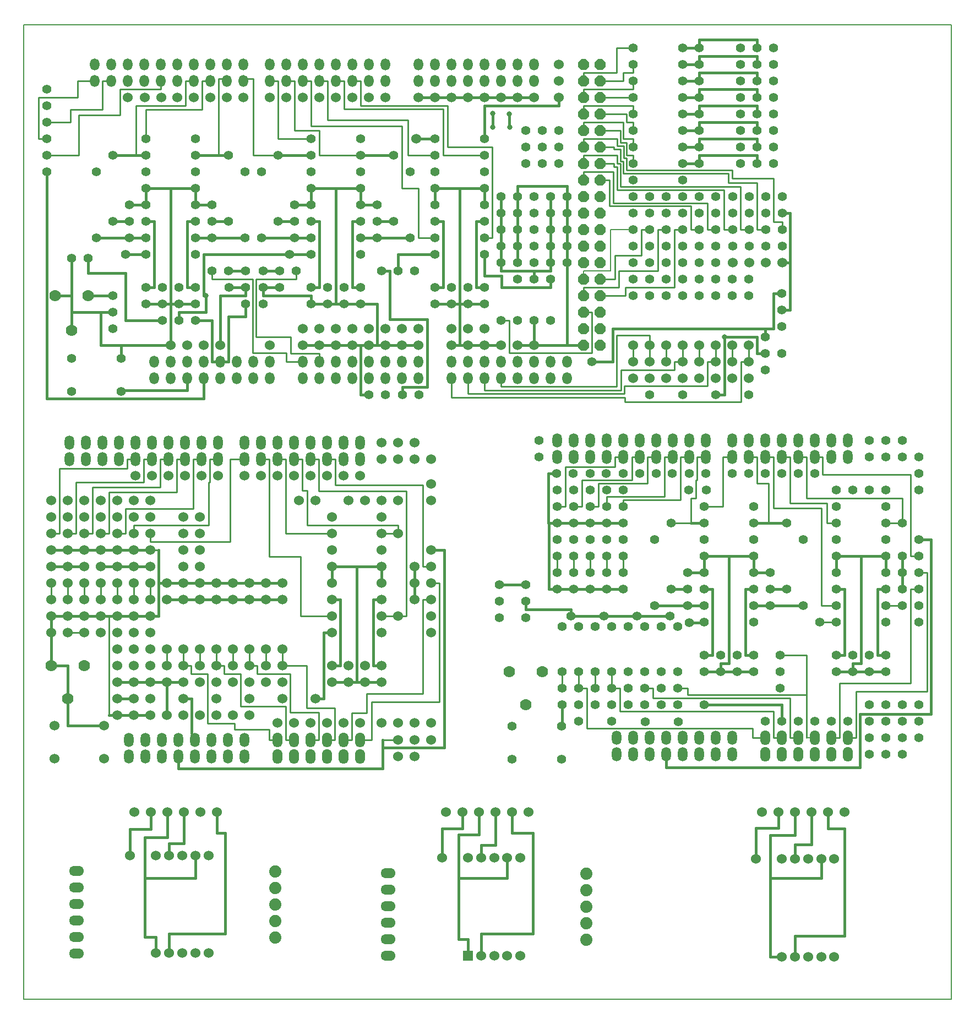
<source format=gtl>
%FSLAX35Y35*%
%MOIN*%
G04 EasyPC Gerber Version 18.0.8 Build 3632 *
%AMT21*0 Octagon Pad at angle 0*4,1,8,-0.01367,-0.03300,0.01367,-0.03300,0.03300,-0.01367,0.03300,0.01367,0.01367,0.03300,-0.01367,0.03300,-0.03300,0.01367,-0.03300,-0.01367,-0.01367,-0.03300,0*%
%ADD21T21*%
%ADD23O,0.05740X0.08610*%
%ADD20O,0.05746X0.07183*%
%ADD22O,0.06000X0.09000*%
%ADD79R,0.06000X0.06000*%
%ADD11C,0.00500*%
%ADD16C,0.00800*%
%ADD12C,0.01000*%
%ADD24C,0.01500*%
%ADD71C,0.03200*%
%ADD19C,0.05600*%
%ADD70C,0.06000*%
%ADD78C,0.06000*%
%ADD77C,0.07000*%
%ADD81C,0.07400*%
%ADD80O,0.09000X0.06000*%
X0Y0D02*
D02*
D11*
X561920Y250D02*
Y590250D01*
X250*
Y250*
X561920*
D02*
D12*
X14442Y511265D02*
X33503D01*
Y535531*
X58589*
Y551265*
X83442*
Y556265*
X14442Y521265D02*
X9442D01*
Y546265*
X32879*
Y556265*
X43442*
X14442Y531265D02*
X28514D01*
X28636Y531387*
Y538900*
X48105*
Y556265*
X53442*
X16850Y252263D02*
Y242263D01*
X26850Y222263D02*
X36850D01*
X26850Y252263D02*
Y242263D01*
X36850Y252263D02*
Y242263D01*
X46850Y252263D02*
Y242263D01*
X51850Y172263D02*
Y232263D01*
X56850Y252263D02*
Y242263D01*
X66850Y252263D02*
Y242263D01*
X67850Y327263D02*
X62850D01*
Y321513*
X21850*
Y282263*
X16850*
X76850Y252263D02*
Y242263D01*
Y282263D02*
Y277263D01*
X125350*
Y327263*
X133850*
X77850D02*
X72850D01*
Y313263*
X31850*
Y282263*
X26850*
X81850Y272263D02*
X76850D01*
X86850Y212263D02*
Y202263D01*
X87850Y327263D02*
X82850D01*
Y310263*
X41850*
Y282263*
X36850*
X96850Y202263D02*
X101600D01*
Y197263*
X111600*
Y167263*
X127850*
Y163513*
X149100*
Y157263*
X153850*
X96850Y212263D02*
Y202263D01*
X97850Y327263D02*
X92850D01*
Y307263*
X51850*
Y282263*
X46850*
X101850Y161263D02*
Y157263D01*
X103850*
X103442Y556265D02*
X98192D01*
Y541265*
X68192*
Y511265*
X106850Y212263D02*
Y202263D01*
X107850Y327263D02*
X102850D01*
Y297263*
X61850*
Y282263*
X56850*
X113442Y556265D02*
X108192D01*
Y538765*
X74442*
Y521265*
X114442Y441265D02*
Y436089D01*
X139109*
Y391659*
X159442*
Y386265*
X169442*
X116850Y202263D02*
X121600D01*
Y197263*
X131600*
Y177513*
X159100*
Y157263*
X163850*
X116850Y212263D02*
Y202263D01*
X117850Y327263D02*
X112850D01*
Y313263*
X112350*
Y287263*
X66850*
Y282263*
X123442Y556265D02*
Y557515D01*
X118192*
Y511265*
X104442*
X126850Y212263D02*
Y202263D01*
X133442Y556265D02*
Y557515D01*
X139442*
Y511265*
X154442*
X136850Y202263D02*
X141600D01*
Y197263*
X161600*
Y174013*
X179100*
Y157263*
X173850*
X136850Y212263D02*
Y202263D01*
X143850Y327263D02*
X149100D01*
Y268263*
X167850*
Y232263*
X186850*
X146850Y212263D02*
Y202263D01*
X149442Y556265D02*
X154442D01*
Y521265*
X174442*
X153850Y327263D02*
X159100D01*
Y282263*
X186850*
X156850Y202263D02*
X171600D01*
Y176513*
X188600*
Y157263*
X183850*
X156850Y212263D02*
Y202263D01*
X159442Y556265D02*
X164442D01*
Y526265*
X179442*
Y511265*
X204442*
X163850Y327263D02*
X169100D01*
Y315263*
X168850*
Y308263*
X171850*
Y287263*
X226850*
Y282263*
X165315Y441265D02*
Y436214D01*
X141106*
Y401269*
X161942*
Y391265*
X179442*
Y386265*
X169442Y556265D02*
X174442D01*
Y528765*
X229442*
Y491265*
X239442*
Y461265*
X249442*
X173850Y327263D02*
X179100D01*
Y308013*
X231850*
Y232263*
X226850*
X179442Y556265D02*
X184442D01*
Y532515*
X232905*
Y511265*
X249442*
X189442Y556265D02*
X194442D01*
Y539387*
X254442*
Y511265*
X279442*
X199442Y556265D02*
X204442D01*
Y541387*
X256942*
Y516265*
X284083*
Y461265*
X279442*
X216850Y232263D02*
X226850D01*
X216850Y282263D02*
X226850D01*
X217600Y157263D02*
X226850D01*
X246850Y242263D02*
X241850D01*
Y185263*
X208100*
Y173513*
X199100*
Y157263*
X193850*
X246850Y252263D02*
X251850D01*
Y180263*
X211100*
Y157263*
X203850*
X246850Y262263D02*
X241850D01*
Y311513*
X189100*
Y327263*
X183850*
X259442Y376265D02*
Y364702D01*
X364129*
Y361956*
X434518*
Y386265*
X439442*
X269442Y376265D02*
Y366824D01*
X364004*
Y371441*
X414424*
Y386265*
X419442*
X279442Y376265D02*
Y368765D01*
X361942*
Y381301*
X394442*
Y386265*
X399442*
X289442Y376265D02*
Y371265D01*
X359442*
Y402143*
X379442*
Y386265*
X323156Y268437D02*
Y258437D01*
Y298437D02*
X328156D01*
Y322437*
X358127*
Y328437*
X363127*
X326249Y198437D02*
Y188437D01*
X333156Y268437D02*
Y258437D01*
Y298437D02*
X338156D01*
Y314437*
X368647*
Y321937*
X368627*
Y328437*
X373127*
X336249Y188437D02*
X341249D01*
Y164078*
X441627*
Y158437*
X449127*
X336249Y198437D02*
Y188437D01*
X339442Y416265D02*
X344138D01*
Y391508*
X294217*
Y411387*
X289405*
X339442Y426265D02*
Y431222D01*
X360692*
Y441265*
X384442*
Y466265*
X389442*
X339442Y496265D02*
Y501265D01*
X357389*
Y482267*
X414442*
Y466265*
X419442*
X339442Y506265D02*
Y511346D01*
X359761*
Y506104*
X361508*
Y492251*
X434442*
Y466167*
X439526*
Y466265*
X339442Y516265D02*
Y521205D01*
X359636*
Y516962*
X363505*
Y509474*
X365252*
Y502235*
X429276*
Y497118*
X454442*
Y470909*
X459526*
Y466265*
X339442Y526265D02*
Y531265D01*
X363380*
Y521265*
X369442*
Y516265*
X339442Y536265D02*
Y541265D01*
X369442*
Y536265*
X339442Y546265D02*
Y551265D01*
X369442*
Y556265*
X339442D02*
Y561265D01*
X359442*
Y576265*
X369442*
X343156Y268437D02*
Y258437D01*
Y298437D02*
X348156D01*
Y312437*
X377877*
Y328437*
X383127*
X346249Y198437D02*
Y188437D01*
X349442Y426265D02*
X364503D01*
Y431265*
X394442*
Y466265*
X399442*
X349442Y436265D02*
X358192D01*
Y450691*
X374442*
Y466265*
X379442*
X349442Y496265D02*
X354893D01*
Y480519*
X404442*
Y466265*
X409442*
X349442Y506265D02*
X357514D01*
Y504107*
X359511*
Y490254*
X424442*
Y466265*
X429526*
X349442Y516265D02*
X357764D01*
Y514965*
X361633*
Y507726*
X363380*
Y500238*
X426905*
Y494622*
X444442*
Y466265*
X449526*
X349442Y526265D02*
X361508D01*
Y518765*
X365252*
Y511265*
X369442*
Y506265*
X349442Y536265D02*
X365127D01*
Y531265*
X369442*
Y526265*
X349442Y546265D02*
X369442D01*
X349442Y556265D02*
X363192D01*
Y561265*
X369442*
Y566265*
X353156Y268437D02*
Y258437D01*
Y298437D02*
Y304437D01*
X388241*
Y328437*
X393127*
X356249Y188437D02*
X361249D01*
Y174437*
X454127*
Y158437*
X459127*
X356249Y198437D02*
Y188437D01*
X363156Y268437D02*
Y258437D01*
Y298437D02*
Y302437D01*
X397851*
Y317437*
X397877*
Y328437*
X403127*
X369442Y396265D02*
Y386265D01*
X376249Y188437D02*
X381249D01*
Y182437*
X464127*
Y158437*
X469127*
X379442Y396265D02*
Y386265D01*
X389442Y396265D02*
Y386265D01*
X392127Y288437D02*
X404127D01*
X396249Y188437D02*
X402249D01*
Y184437*
X474127*
X399442Y396265D02*
Y386265D01*
X409442Y396265D02*
Y386265D01*
X413127Y328437D02*
X407877D01*
Y314437*
X407127*
Y303437*
X404127*
Y288437*
X419442Y396265D02*
Y386265D01*
X429127Y328437D02*
X423560D01*
Y298437*
X412127*
X429442Y396265D02*
Y386265D01*
X439127Y328437D02*
X444278D01*
Y312437*
X451127*
Y288437*
X462127*
X439442Y396265D02*
Y386265D01*
X449127Y328437D02*
X454127D01*
Y297437*
X483127*
Y238437*
X492127*
X458354Y208437D02*
X474127D01*
Y184437*
X459127Y328437D02*
X464246D01*
Y300437*
X486627*
Y288437*
X492127*
X469127Y328437D02*
X474230D01*
Y303437*
X532127*
Y288437*
X474127Y184437D02*
Y158437D01*
X492127Y228437D02*
X482127D01*
X522127Y238437D02*
X532127D01*
X522127Y288437D02*
X532127D01*
X542127Y248437D02*
X537127D01*
Y191437*
X494127*
Y158437*
X489127*
X542127Y258437D02*
X547127D01*
Y186437*
X504127*
Y158437*
X499127*
X542127Y268437D02*
X537127D01*
Y317937*
X484090*
Y328437*
X479127*
D02*
D16*
X124442Y511265D02*
X123442D01*
X209442Y376265D02*
Y375865D01*
Y386265D02*
Y385865D01*
X299042Y376665D02*
X299442Y376265D01*
X299042Y386665D02*
X299442Y386265D01*
X339442Y436265D02*
Y441331D01*
X355692*
Y466265*
X369442*
X339442Y506265D02*
X339842D01*
X474127Y158437D02*
X479127D01*
D02*
D19*
X14442Y501265D03*
Y511265D03*
Y521265D03*
Y531265D03*
Y541265D03*
Y551265D03*
X29442Y368387D03*
Y388387D03*
Y448765D03*
X39442D03*
X44442Y461265D03*
Y501265D03*
X54192Y406265D03*
Y416265D03*
X54442Y426265D03*
Y471265D03*
Y511265D03*
X59442Y368387D03*
Y388387D03*
X61942Y451265D03*
X64442Y461265D03*
Y471265D03*
Y481265D03*
X74442Y421265D03*
Y431265D03*
Y451265D03*
Y461265D03*
Y471265D03*
Y481265D03*
Y491265D03*
Y501265D03*
Y511265D03*
Y521265D03*
X84442Y411265D03*
Y421265D03*
Y431265D03*
X94442Y411265D03*
Y421265D03*
Y431265D03*
X104442Y411265D03*
Y421265D03*
Y431265D03*
Y451265D03*
Y461265D03*
Y471265D03*
Y481265D03*
Y491265D03*
Y501265D03*
Y511265D03*
Y521265D03*
X114442Y441265D03*
Y461265D03*
Y471265D03*
Y481265D03*
X124442Y441265D03*
Y471265D03*
Y511265D03*
X124507Y431347D03*
X134442Y461265D03*
Y501265D03*
X134491Y421206D03*
Y431206D03*
Y441206D03*
X144442Y461265D03*
Y501265D03*
X145349Y421206D03*
Y431206D03*
Y441206D03*
X154442Y471265D03*
Y511265D03*
X155315Y441265D03*
X155333Y431347D03*
X161442Y451265D03*
X164442Y461265D03*
Y471265D03*
Y481265D03*
X165315Y441265D03*
X174442Y421265D03*
Y431265D03*
Y451265D03*
Y461265D03*
Y471265D03*
Y481265D03*
Y491265D03*
Y501265D03*
Y511265D03*
Y521265D03*
X184442Y421265D03*
Y431265D03*
X194442Y421265D03*
Y431265D03*
X204442Y421265D03*
Y431265D03*
Y451265D03*
Y461265D03*
Y471265D03*
Y481265D03*
Y491265D03*
Y501265D03*
Y511265D03*
Y521265D03*
X209376Y366206D03*
X214442Y461265D03*
Y471265D03*
Y481265D03*
X216942Y441265D03*
X219360Y366206D03*
X224442Y471265D03*
Y511265D03*
X226942Y441265D03*
X229469Y366206D03*
X234442Y461265D03*
Y501265D03*
X236942Y441265D03*
X239454Y366330D03*
X249442Y421265D03*
Y431265D03*
Y451265D03*
Y461265D03*
Y471265D03*
Y481265D03*
Y491265D03*
Y501265D03*
Y511265D03*
Y521265D03*
X259442Y421265D03*
Y431265D03*
X269442Y421265D03*
Y431265D03*
X279442Y421265D03*
Y431265D03*
Y451265D03*
Y461265D03*
Y471265D03*
Y481265D03*
Y491265D03*
Y501265D03*
Y511265D03*
Y521265D03*
X288149Y231097D03*
Y241097D03*
Y251097D03*
X289405Y411387D03*
X289442Y446265D03*
Y456265D03*
Y466265D03*
Y476265D03*
Y486265D03*
X296089Y145437D03*
Y165437D03*
X299442Y411387D03*
Y436265D03*
Y446265D03*
Y456265D03*
Y466265D03*
Y476265D03*
Y486265D03*
X304373Y231097D03*
Y241097D03*
X304385Y251097D03*
X304442Y506265D03*
Y516265D03*
Y526265D03*
X309442Y411387D03*
Y436265D03*
Y446265D03*
Y456265D03*
Y466265D03*
Y476265D03*
Y486265D03*
X312127Y328437D03*
Y338437D03*
X314442Y506265D03*
Y516265D03*
Y526265D03*
X319442Y411387D03*
Y436265D03*
Y446265D03*
Y456265D03*
Y466265D03*
Y476265D03*
Y486265D03*
X322969Y318437D03*
X323156Y248437D03*
Y258437D03*
Y268437D03*
Y278437D03*
Y288437D03*
Y298437D03*
Y308437D03*
X324442Y506265D03*
Y516265D03*
Y526265D03*
X326089Y145437D03*
Y165437D03*
X326249Y178437D03*
Y188437D03*
Y198437D03*
Y225937D03*
X329442Y446265D03*
Y456265D03*
Y466265D03*
Y476265D03*
Y486265D03*
X331627Y232187D03*
X333078Y318437D03*
X333156Y248437D03*
Y258437D03*
Y268437D03*
Y278437D03*
Y288437D03*
Y298437D03*
Y308437D03*
X336198Y168446D03*
X336249Y178437D03*
Y188437D03*
Y198437D03*
Y225937D03*
X343156Y248437D03*
Y258437D03*
Y268437D03*
Y278437D03*
Y288437D03*
Y298437D03*
Y308437D03*
X343187Y318437D03*
X344442Y386265D03*
X346249Y178437D03*
Y188437D03*
Y198437D03*
Y225937D03*
X351627Y232187D03*
X353046Y318437D03*
X353156Y248437D03*
Y258437D03*
Y268437D03*
Y278437D03*
Y288437D03*
Y298437D03*
Y308437D03*
X356167Y168446D03*
X356249Y178437D03*
Y188437D03*
Y198437D03*
Y225937D03*
X363156Y248437D03*
Y258437D03*
Y268437D03*
Y278437D03*
Y288437D03*
Y298437D03*
Y308437D03*
Y318459D03*
X366249Y178437D03*
Y188437D03*
Y198437D03*
Y225937D03*
X369442Y426265D03*
Y436265D03*
Y446265D03*
Y456265D03*
Y466265D03*
Y476265D03*
Y486265D03*
Y496265D03*
Y506265D03*
Y516265D03*
Y526265D03*
Y536265D03*
Y546265D03*
Y556265D03*
Y566265D03*
Y576265D03*
X371627Y232187D03*
X373140Y318459D03*
X376249Y178437D03*
Y188437D03*
Y198437D03*
Y225937D03*
X376509Y168321D03*
X379442Y366265D03*
Y426265D03*
Y436265D03*
Y446265D03*
Y456265D03*
Y466265D03*
Y476265D03*
Y486265D03*
X382127Y238437D03*
Y278437D03*
X383124Y318459D03*
X386249Y178437D03*
Y188437D03*
Y198437D03*
Y225937D03*
X389442Y426265D03*
Y436265D03*
Y446265D03*
Y456265D03*
Y466265D03*
Y476265D03*
Y486265D03*
X391627Y232187D03*
X392127Y248437D03*
Y288437D03*
X392983Y318459D03*
X396249Y178437D03*
Y188437D03*
Y198437D03*
Y225937D03*
X396478Y168321D03*
X399442Y366265D03*
Y426265D03*
Y436265D03*
Y446265D03*
Y456265D03*
Y466265D03*
Y476265D03*
Y486265D03*
Y496265D03*
Y506265D03*
Y516265D03*
Y526265D03*
Y536265D03*
Y546265D03*
Y556265D03*
Y566265D03*
Y576265D03*
X402127Y238437D03*
Y248437D03*
Y258437D03*
X403093Y308437D03*
X403217Y228352D03*
Y318459D03*
X409442Y426265D03*
Y436265D03*
Y446265D03*
Y456265D03*
Y466265D03*
Y476265D03*
Y486265D03*
Y506265D03*
Y516265D03*
Y526265D03*
Y536265D03*
Y546265D03*
Y556265D03*
Y566265D03*
Y576265D03*
X412127Y178437D03*
Y198437D03*
Y208437D03*
Y228437D03*
Y238437D03*
Y248437D03*
Y258437D03*
Y268437D03*
Y278437D03*
Y288437D03*
Y298437D03*
X413326Y318459D03*
X413451Y308437D03*
X419442Y366265D03*
Y426265D03*
Y436265D03*
Y446265D03*
Y456265D03*
Y466265D03*
Y476265D03*
Y486265D03*
X422127Y198437D03*
Y208437D03*
X429127Y318437D03*
X429442Y426265D03*
Y436265D03*
X429526Y456265D03*
Y466265D03*
Y476265D03*
Y486265D03*
X432127Y198437D03*
Y208437D03*
X434442Y506265D03*
Y516265D03*
Y526265D03*
Y536265D03*
Y546265D03*
Y556265D03*
Y566265D03*
Y576265D03*
X439127Y318437D03*
X439442Y366265D03*
Y426265D03*
Y436265D03*
X439526Y456265D03*
Y466265D03*
Y476265D03*
Y486265D03*
X442127Y198437D03*
Y208437D03*
Y228437D03*
Y238437D03*
Y248437D03*
Y258437D03*
Y268437D03*
Y278437D03*
Y288437D03*
Y298437D03*
X444442Y506265D03*
Y516265D03*
Y526265D03*
Y536265D03*
Y546265D03*
Y556265D03*
Y566265D03*
Y576265D03*
X449127Y168437D03*
Y318437D03*
X449442Y381265D03*
Y391265D03*
Y401265D03*
X449526Y456265D03*
Y466265D03*
Y476265D03*
Y486265D03*
X452127Y238437D03*
Y248437D03*
Y258437D03*
X454442Y506265D03*
Y516265D03*
Y526265D03*
Y536265D03*
Y546265D03*
Y556265D03*
Y566265D03*
Y576265D03*
X458354Y188437D03*
Y198437D03*
Y208437D03*
X459127Y168437D03*
Y318437D03*
X459442Y391265D03*
Y407515D03*
Y417515D03*
Y427515D03*
X459526Y456265D03*
Y466265D03*
Y476265D03*
Y486265D03*
X462127Y248437D03*
Y288437D03*
X469127Y168437D03*
Y318437D03*
X472127Y238437D03*
Y278437D03*
X479127Y168437D03*
Y318437D03*
X482127Y228437D03*
X489127Y168437D03*
X492127Y198437D03*
Y208437D03*
Y228437D03*
Y238437D03*
Y248437D03*
Y258437D03*
Y268437D03*
Y278437D03*
Y288437D03*
Y298437D03*
Y308437D03*
X499127Y168437D03*
X502127Y198437D03*
Y208437D03*
Y308437D03*
X512127Y148437D03*
Y158437D03*
Y168437D03*
Y178437D03*
Y198437D03*
Y208437D03*
Y308437D03*
Y328437D03*
Y338437D03*
X522127Y148437D03*
Y158437D03*
Y168437D03*
Y178437D03*
Y198437D03*
Y208437D03*
Y228437D03*
Y238437D03*
Y248437D03*
Y258437D03*
Y268437D03*
Y278437D03*
Y288437D03*
Y298437D03*
Y308437D03*
Y328437D03*
Y338437D03*
X532127Y148437D03*
Y158437D03*
Y168437D03*
Y178437D03*
Y238437D03*
Y248437D03*
Y258437D03*
Y268437D03*
Y288437D03*
Y328437D03*
Y338437D03*
X542127Y158437D03*
Y168437D03*
Y178437D03*
Y228437D03*
Y238437D03*
Y248437D03*
Y258437D03*
Y268437D03*
Y278437D03*
Y308437D03*
Y318437D03*
Y328437D03*
D02*
D70*
X16850Y222263D03*
Y232263D03*
Y242263D03*
Y252263D03*
Y262263D03*
Y272263D03*
Y282263D03*
Y292263D03*
Y302263D03*
X18850Y145763D03*
Y165763D03*
X26850Y222263D03*
Y232263D03*
Y242263D03*
Y252263D03*
Y262263D03*
Y272263D03*
Y282263D03*
Y292263D03*
Y302263D03*
X36850Y222263D03*
Y232263D03*
Y242263D03*
Y252263D03*
Y262263D03*
Y272263D03*
Y282263D03*
Y292263D03*
Y302263D03*
X46850Y222263D03*
Y232263D03*
Y242263D03*
Y252263D03*
Y262263D03*
Y272263D03*
Y282263D03*
Y292263D03*
Y302263D03*
X48850Y145763D03*
Y165763D03*
X56850Y172263D03*
Y182263D03*
Y192263D03*
Y202263D03*
Y212263D03*
Y222263D03*
Y232263D03*
Y242263D03*
Y252263D03*
Y262263D03*
Y272263D03*
Y282263D03*
Y292263D03*
Y302263D03*
X63353Y546265D03*
X64704Y87363D03*
X66850Y172263D03*
Y182263D03*
Y192263D03*
Y202263D03*
Y212263D03*
Y222263D03*
Y232263D03*
Y242263D03*
Y252263D03*
Y262263D03*
Y272263D03*
Y282263D03*
Y292263D03*
Y302263D03*
X67418Y113696D03*
X67850Y317263D03*
X73462Y546265D03*
X76850Y172263D03*
Y182263D03*
Y192263D03*
Y202263D03*
Y212263D03*
Y222263D03*
Y232263D03*
Y242263D03*
Y252263D03*
Y262263D03*
Y272263D03*
Y282263D03*
Y292263D03*
Y302263D03*
X77418Y113696D03*
X77850Y317263D03*
X80429Y28206D03*
Y87363D03*
X83446Y546265D03*
X86850Y172263D03*
Y192263D03*
Y202263D03*
Y212263D03*
Y242263D03*
Y252263D03*
X87418Y113696D03*
X87850Y317263D03*
X88417Y28206D03*
Y87363D03*
X89442Y396265D03*
X93306Y546265D03*
X96279Y28206D03*
Y87363D03*
X96850Y172263D03*
Y182263D03*
Y192263D03*
Y202263D03*
Y212263D03*
Y242263D03*
Y252263D03*
Y262263D03*
Y272263D03*
Y282263D03*
Y292263D03*
X97418Y113696D03*
X97850Y317263D03*
X99442Y396265D03*
X103415Y546265D03*
X104267Y28206D03*
Y87363D03*
X106850Y172263D03*
Y192263D03*
Y202263D03*
Y212263D03*
Y242263D03*
Y252263D03*
Y262263D03*
Y272263D03*
Y282263D03*
Y292263D03*
X107418Y113696D03*
X107850Y317263D03*
X109442Y396265D03*
X112129Y28206D03*
Y87363D03*
X113399Y546265D03*
X116850Y172263D03*
Y182263D03*
Y192263D03*
Y202263D03*
Y212263D03*
Y242263D03*
Y252263D03*
X117418Y113696D03*
X117850Y317263D03*
X119442Y396265D03*
X123383Y546265D03*
X126850Y172263D03*
Y192263D03*
Y202263D03*
Y212263D03*
Y242263D03*
Y252263D03*
X133368Y546265D03*
X133850Y317263D03*
X136850Y172263D03*
Y182263D03*
Y192263D03*
Y202263D03*
Y212263D03*
Y242263D03*
Y252263D03*
X143850Y317263D03*
X146850Y192263D03*
Y202263D03*
Y212263D03*
Y242263D03*
Y252263D03*
X149442Y396265D03*
Y546265D03*
X153850Y317263D03*
X153865Y167513D03*
X156850Y182263D03*
Y192263D03*
Y202263D03*
Y212263D03*
Y242263D03*
Y252263D03*
X159442Y546265D03*
X163850Y317263D03*
X163865Y167513D03*
X166850Y302263D03*
X169442Y396265D03*
Y406265D03*
Y546265D03*
X173850Y317263D03*
X173865Y167513D03*
X176850Y182263D03*
Y302263D03*
X179442Y396265D03*
Y406265D03*
Y546265D03*
X183850Y317263D03*
X183865Y167513D03*
X186850Y192263D03*
Y202263D03*
Y222263D03*
Y232263D03*
Y242263D03*
Y252263D03*
Y262263D03*
Y272263D03*
Y282263D03*
Y292263D03*
X189442Y396265D03*
Y406265D03*
Y546265D03*
X193850Y317263D03*
X193865Y167513D03*
X196850Y192263D03*
Y202263D03*
Y302263D03*
X199442Y396265D03*
Y406265D03*
Y546265D03*
X203850Y317263D03*
X203865Y167513D03*
X206850Y192263D03*
Y202263D03*
Y302263D03*
X209442Y396265D03*
Y406265D03*
Y546265D03*
X216850Y167513D03*
Y192263D03*
Y202263D03*
Y222263D03*
Y232263D03*
Y242263D03*
Y252263D03*
Y262263D03*
Y272263D03*
Y282263D03*
Y292263D03*
Y302263D03*
Y327263D03*
Y337263D03*
X219442Y396265D03*
Y406265D03*
Y546265D03*
X226850Y147263D03*
Y157263D03*
Y167513D03*
Y232263D03*
Y282263D03*
Y302263D03*
Y327263D03*
Y337263D03*
X229442Y396265D03*
Y406265D03*
X236850Y147263D03*
Y157263D03*
Y167513D03*
Y242263D03*
Y252263D03*
Y262263D03*
Y327263D03*
Y337263D03*
X237905Y521265D03*
X239442Y396265D03*
Y406265D03*
Y546265D03*
X246850Y157263D03*
Y167513D03*
Y222263D03*
Y232263D03*
Y242263D03*
Y252263D03*
Y262263D03*
Y272263D03*
Y302263D03*
Y312263D03*
Y327263D03*
X249442Y546265D03*
X256006Y113513D03*
X259442Y396265D03*
Y406265D03*
Y546265D03*
X266006Y113513D03*
X269442Y396265D03*
Y406265D03*
Y546265D03*
X276006Y113513D03*
X279442Y396265D03*
Y406265D03*
Y546265D03*
X286006Y113513D03*
X289442Y396265D03*
Y546265D03*
X296006Y113513D03*
X299442Y396265D03*
Y546265D03*
X306006Y113513D03*
X309442Y396265D03*
Y546265D03*
X324442D03*
Y556265D03*
Y566265D03*
X369442Y376265D03*
Y386265D03*
Y396265D03*
X379442Y376265D03*
Y386265D03*
Y396265D03*
X389442Y376265D03*
Y386265D03*
Y396265D03*
X399442Y376265D03*
Y386265D03*
Y396265D03*
X409442Y376265D03*
Y386265D03*
Y396265D03*
X419442Y376265D03*
Y386265D03*
Y396265D03*
X429442Y376265D03*
Y386265D03*
Y396265D03*
X429526Y446265D03*
X439442Y376265D03*
Y386265D03*
Y396265D03*
X439526Y446265D03*
X443628Y85116D03*
X447300Y113571D03*
X449526Y446265D03*
X457300Y113571D03*
X459353Y25959D03*
Y85116D03*
X459526Y446265D03*
X467300Y113571D03*
X467341Y25959D03*
Y85116D03*
X475203Y25959D03*
Y85116D03*
X477300Y113571D03*
X483191Y25959D03*
Y85116D03*
X487300Y113571D03*
X491053Y25959D03*
Y85116D03*
X497300Y113571D03*
D02*
D71*
X110692Y426265D03*
X284383Y528325D03*
Y536437D03*
X294405Y536387D03*
X294467Y528387D03*
X424658Y401265D03*
D02*
D20*
X43442Y556265D03*
Y566265D03*
X53442Y556265D03*
Y566265D03*
X63442Y556265D03*
Y566265D03*
X73442Y556265D03*
Y566265D03*
X79442Y376265D03*
Y386265D03*
X83442Y556265D03*
Y566265D03*
X89442Y376265D03*
Y386265D03*
X93442Y556265D03*
Y566265D03*
X99442Y376265D03*
Y386265D03*
X103442Y556265D03*
Y566265D03*
X109442Y376265D03*
Y386265D03*
X113442Y556265D03*
Y566265D03*
X119442Y376265D03*
Y386265D03*
X123442Y556265D03*
Y566265D03*
X129442Y376265D03*
Y386265D03*
X133442Y556265D03*
Y566265D03*
X139442Y376265D03*
Y386265D03*
X149442Y376265D03*
Y386265D03*
Y556265D03*
Y566265D03*
X159442Y556265D03*
Y566265D03*
X169442Y376265D03*
Y386265D03*
Y556265D03*
Y566265D03*
X179442Y376265D03*
Y386265D03*
Y556265D03*
Y566265D03*
X189442Y376265D03*
Y386265D03*
Y556265D03*
Y566265D03*
X199442Y376265D03*
Y386265D03*
Y556265D03*
Y566265D03*
X209442Y376265D03*
Y386265D03*
Y556265D03*
Y566265D03*
X219442Y376265D03*
Y386265D03*
Y556265D03*
Y566265D03*
X229442Y376265D03*
Y386265D03*
X239442Y376265D03*
Y386265D03*
Y556265D03*
Y566265D03*
X249442Y556265D03*
Y566265D03*
X259442Y376265D03*
Y386265D03*
Y556265D03*
Y566265D03*
X269442Y376265D03*
Y386265D03*
Y556265D03*
Y566265D03*
X279442Y376265D03*
Y386265D03*
Y556265D03*
Y566265D03*
X289442Y376265D03*
Y386265D03*
Y556265D03*
Y566265D03*
X299442Y376265D03*
Y386265D03*
Y556265D03*
Y566265D03*
X309442Y376265D03*
Y386265D03*
Y556265D03*
Y566265D03*
X319442Y376265D03*
Y386265D03*
X329442Y376265D03*
Y386265D03*
D02*
D21*
X339442Y396265D03*
Y406265D03*
Y416265D03*
Y426265D03*
Y436265D03*
Y446265D03*
Y456265D03*
Y466265D03*
Y476265D03*
Y486265D03*
Y496265D03*
Y506265D03*
Y516265D03*
Y526265D03*
Y536265D03*
Y546265D03*
Y556265D03*
Y566265D03*
X349442Y396265D03*
Y406265D03*
Y416265D03*
Y426265D03*
Y436265D03*
Y446265D03*
Y456265D03*
Y466265D03*
Y476265D03*
Y486265D03*
Y496265D03*
Y506265D03*
Y516265D03*
Y526265D03*
Y536265D03*
Y546265D03*
Y556265D03*
Y566265D03*
D02*
D22*
X153850Y147263D03*
Y157263D03*
X163850Y147263D03*
Y157263D03*
X173850Y147263D03*
Y157263D03*
X183850Y147263D03*
Y157263D03*
X193850Y147263D03*
Y157263D03*
X203850Y147263D03*
Y157263D03*
X449127Y148437D03*
Y158437D03*
X459127Y148437D03*
Y158437D03*
X469127Y148437D03*
Y158437D03*
X479127Y148437D03*
Y158437D03*
X489127Y148437D03*
Y158437D03*
X499127Y148437D03*
Y158437D03*
D02*
D23*
X27850Y327263D03*
Y337263D03*
X37850Y327263D03*
Y337263D03*
X47850Y327263D03*
Y337263D03*
X57850Y327263D03*
Y337263D03*
X63850Y147263D03*
Y157263D03*
X67850Y327263D03*
Y337263D03*
X73850Y147263D03*
Y157263D03*
X77850Y327263D03*
Y337263D03*
X83850Y147263D03*
Y157263D03*
X87850Y327263D03*
Y337263D03*
X93850Y147263D03*
Y157263D03*
X97850Y327263D03*
Y337263D03*
X103850Y147263D03*
Y157263D03*
X107850Y327263D03*
Y337263D03*
X113850Y147263D03*
Y157263D03*
X117850Y327263D03*
Y337263D03*
X123850Y147263D03*
Y157263D03*
X133850Y147263D03*
Y157263D03*
Y327263D03*
Y337263D03*
X143850Y327263D03*
Y337263D03*
X153850Y327263D03*
Y337263D03*
X163850Y327263D03*
Y337263D03*
X173850Y327263D03*
Y337263D03*
X183850Y327263D03*
Y337263D03*
X193850Y327263D03*
Y337263D03*
X203850Y327263D03*
Y337263D03*
X323127Y328437D03*
Y338437D03*
X333127Y328437D03*
Y338437D03*
X343127Y328437D03*
Y338437D03*
X353127Y328437D03*
Y338437D03*
X359127Y148437D03*
Y158437D03*
X363127Y328437D03*
Y338437D03*
X369127Y148437D03*
Y158437D03*
X373127Y328437D03*
Y338437D03*
X379127Y148437D03*
Y158437D03*
X383127Y328437D03*
Y338437D03*
X389127Y148437D03*
Y158437D03*
X393127Y328437D03*
Y338437D03*
X399127Y148437D03*
Y158437D03*
X403127Y328437D03*
Y338437D03*
X409127Y148437D03*
Y158437D03*
X413127Y328437D03*
Y338437D03*
X419127Y148437D03*
Y158437D03*
X429127Y148437D03*
Y158437D03*
Y328437D03*
Y338437D03*
X439127Y328437D03*
Y338437D03*
X449127Y328437D03*
Y338437D03*
X459127Y328437D03*
Y338437D03*
X469127Y328437D03*
Y338437D03*
X479127Y328437D03*
Y338437D03*
X489127Y328437D03*
Y338437D03*
X499127Y328437D03*
Y338437D03*
D02*
D24*
X14442Y501265D02*
Y363887D01*
X109442*
Y376265*
X16850Y202263D02*
X26850D01*
Y182263*
X16850Y202263D02*
Y222263D01*
Y232263D02*
Y222263D01*
Y232263D02*
X26850D01*
X16850Y262263D02*
X26850D01*
X16850Y272263D02*
X26850D01*
X19442Y426265D02*
X29442D01*
X26850Y232263D02*
X36850D01*
X26850Y262263D02*
X36850D01*
X26850Y272263D02*
X36850D01*
X29442Y416265D02*
Y405387D01*
Y426265D02*
Y416265D01*
Y448765D02*
Y426265D01*
X36850Y232263D02*
X46850D01*
X36850Y272263D02*
X46850D01*
X39442Y426265D02*
X54442D01*
X44442Y461265D02*
X64442D01*
X46850Y232263D02*
X51850D01*
X46850Y262263D02*
X56850D01*
X46850Y272263D02*
X56850D01*
X46942Y416265D02*
X29442D01*
X46942D02*
Y396265D01*
X59442*
X48850Y165763D02*
X26850D01*
Y182263*
X51850Y232263D02*
X56850D01*
X54192Y416265D02*
X46942D01*
X54442Y471265D02*
X64442D01*
X54442Y511265D02*
X68192D01*
X56850Y172263D02*
X51850D01*
X56850Y182263D02*
X66850D01*
X56850Y232263D02*
X66850D01*
X56850Y262263D02*
X66850D01*
X56850Y272263D02*
X66850D01*
X59442Y396265D02*
Y388387D01*
X61942Y451265D02*
X74442D01*
X64442Y461265D02*
X74442D01*
X64442Y481265D02*
X74442D01*
X66850Y172263D02*
X56850D01*
X66850D02*
X76850D01*
X66850Y192263D02*
X56850D01*
X66850Y232263D02*
X76850D01*
X66850Y262263D02*
X76850D01*
X66850Y272263D02*
X76850D01*
X68192Y511265D02*
X74442D01*
Y421265D02*
X84442D01*
X74442Y471265D02*
X79442D01*
Y431265*
X74442*
Y481265D02*
Y491265D01*
X89442*
X76850Y192263D02*
X66850D01*
X76850Y232263D02*
X81850D01*
Y252263*
X77418Y113696D02*
Y103213D01*
X64704*
Y87363*
X80429Y28206D02*
Y37773D01*
X73690*
Y73513*
X81850Y252263D02*
Y272263D01*
Y252263D02*
X86850D01*
X84442Y411265D02*
X61942D01*
Y440015*
X39442*
Y448765*
X84442Y421265D02*
X94442D01*
X84442D02*
X89442D01*
Y422367*
X86850Y192263D02*
X76850D01*
X86850D02*
Y172263D01*
Y192263D02*
X96850D01*
X86850Y252263D02*
X96850D01*
X87418Y113696D02*
Y98220D01*
X73690*
Y73513*
X89442Y396265D02*
Y422367D01*
Y396265D02*
X59442D01*
X89442Y422367D02*
Y491265D01*
X104442*
X93850Y147263D02*
Y139763D01*
X217600*
Y157263*
X94442Y411265D02*
Y416265D01*
X110692*
Y426265*
X94442Y421265D02*
X104442D01*
X96850Y182263D02*
X101850D01*
Y161263*
X96850Y242263D02*
X86850D01*
X96850Y252263D02*
X106850D01*
X97418Y113696D02*
Y94726D01*
X88417*
Y87363*
X99442Y376265D02*
Y368765D01*
X59442*
Y368387*
X104267Y87363D02*
Y73513D01*
X73690*
X104442Y461265D02*
X114442D01*
X104442Y471265D02*
X99442D01*
Y431265*
X104442*
Y481265D02*
Y491265D01*
Y481265D02*
X114442D01*
X106850Y242263D02*
X96850D01*
X106850Y252263D02*
X116850D01*
Y242263D02*
X106850D01*
X116850Y252263D02*
X126850D01*
X117418Y113696D02*
Y101013D01*
X122317*
Y39763*
X88417*
Y28206*
X119442Y386265D02*
X114442D01*
Y411265*
X104442*
X119442Y386265D02*
X124442D01*
Y413625*
X134491*
Y421206*
X123442Y511265D02*
X104442D01*
X124442Y441265D02*
X134491D01*
Y441206*
X124442Y471265D02*
X114442D01*
X124507Y431347D02*
X134491D01*
Y431206*
X126850Y242263D02*
X116850D01*
X126850Y252263D02*
X136850D01*
X134442Y461265D02*
X114442D01*
X134491Y431206D02*
Y426105D01*
X119442*
Y396265*
X136850Y242263D02*
X126850D01*
X136850Y252263D02*
X146850D01*
X144442Y461265D02*
X164442D01*
X145349Y431206D02*
X155333D01*
Y431347*
X145349Y431206D02*
Y426265D01*
X174442*
Y421265*
X145349Y441206D02*
Y441265D01*
X155315*
X146850Y242263D02*
X136850D01*
X146850Y252263D02*
X156850D01*
X154442Y471265D02*
X164442D01*
X154442Y511265D02*
X174442D01*
X156850Y242263D02*
X146850D01*
X161442Y451265D02*
X109442D01*
Y426265*
X110692*
X161442Y451265D02*
X174442D01*
X164442Y461265D02*
X174442D01*
X164442Y481265D02*
X174442D01*
X169442Y396265D02*
X179442D01*
X174442Y421265D02*
X184442D01*
X174442Y471265D02*
X179442D01*
Y431265*
X174442*
Y481265D02*
Y491265D01*
X189442*
X176850Y182263D02*
X181850D01*
Y222263*
X186850*
X179442Y396265D02*
X189442D01*
X184442Y421265D02*
X189442D01*
Y491265*
X184442Y421265D02*
X194442D01*
X186850Y192263D02*
X196850D01*
X186850Y242263D02*
X191850D01*
Y202263*
X186850*
Y252263D02*
Y262263D01*
X201850*
X189442Y396265D02*
X199442D01*
X189442Y491265D02*
X204442D01*
X194442Y421265D02*
X204442D01*
X196850Y192263D02*
X206850D01*
X199442Y396265D02*
X204384D01*
X201850Y262263D02*
Y192263D01*
X196850*
X201850Y262263D02*
X216850D01*
X204384Y396265D02*
X209442D01*
X204442Y421265D02*
X214442D01*
Y396265*
X204442Y461265D02*
X214442D01*
X204442Y471265D02*
X199442D01*
Y431265*
X204442*
Y481265D02*
Y491265D01*
Y481265D02*
X214442D01*
X206850Y192263D02*
X216850D01*
X209376Y366206D02*
X204384D01*
Y396265*
X209442D02*
X214442D01*
X219442*
X216850Y242263D02*
X211850D01*
Y202263*
X216850*
Y262263D02*
Y252263D01*
X216942Y441265D02*
X221981D01*
Y412008*
X244695*
Y370823*
X229469*
Y366206*
X217600Y157263D02*
Y152513D01*
X254850*
Y272263*
X246850*
X219442Y396265D02*
X229442D01*
X224442Y471265D02*
X214442D01*
X224442Y511265D02*
X204442D01*
X226942Y441265D02*
Y451265D01*
X249442*
X229442Y396265D02*
X239442D01*
X234442Y461265D02*
X214442D01*
X236850Y242263D02*
Y252263D01*
Y262263*
X237905Y521265D02*
X249442D01*
X239442Y546265D02*
X249442D01*
Y421265D02*
X259442D01*
X249442Y471265D02*
X254442D01*
Y431265*
X249442*
Y481265D02*
Y491265D01*
X264442*
X249442Y546265D02*
X259442D01*
Y396265D02*
X269442D01*
X259442Y421265D02*
X264442D01*
Y491265*
X259442Y421265D02*
X264442D01*
X259442Y546265D02*
X269442D01*
X264442Y421265D02*
X269442D01*
X264442Y491265D02*
X279442D01*
X266006Y113513D02*
Y103513D01*
X253656*
Y85783*
X269404Y26728D02*
Y36419D01*
X263506*
Y73513*
X269442Y396265D02*
X279442D01*
X269442Y421265D02*
X279442D01*
X269442Y546265D02*
X279442D01*
X276006Y113513D02*
Y99763D01*
X263506*
Y73513*
X279442Y471265D02*
X274442D01*
Y431265*
X279442*
Y491265D02*
Y481265D01*
Y521265D02*
Y541265D01*
X324442*
Y546265*
X279442D02*
X289442D01*
X284383Y536437D02*
Y528325D01*
X286006Y113513D02*
Y93513D01*
X277278*
Y85783*
X288149Y251097D02*
X304385D01*
X289442Y396265D02*
X264442D01*
Y421265*
X289442Y446265D02*
Y441265D01*
X309442*
X289442Y456265D02*
Y446265D01*
Y466265D02*
Y456265D01*
Y476265D02*
Y466265D01*
Y486265D02*
Y476265D01*
Y546265D02*
X299442D01*
X293026Y85783D02*
Y73513D01*
X263506*
X294405Y536387D02*
Y528387D01*
X294467*
X296006Y113513D02*
Y101013D01*
X308506*
Y39763*
X277278*
Y26728*
X299442Y396265D02*
X309442D01*
X299442Y456265D02*
Y446265D01*
Y466265D02*
Y456265D01*
Y476265D02*
Y466265D01*
Y486265D02*
Y476265D01*
Y546265D02*
X309442D01*
X304373Y241097D02*
Y236176D01*
X331627*
Y232187*
X309442Y396265D02*
X329561D01*
X309442Y411387D02*
Y396265D01*
Y436265D02*
Y441265D01*
X319442*
Y446265*
Y436265D02*
Y431353D01*
X289500*
Y438092*
X279442*
Y451265*
X319442Y456265D02*
Y446265D01*
Y466265D02*
Y456265D01*
Y476265D02*
Y466265D01*
Y486265D02*
Y476265D01*
X323156Y248437D02*
X333156D01*
X323156Y288437D02*
X317852D01*
Y318437*
X322969*
X323156Y288437D02*
X318156D01*
Y248437*
X323156*
X326249Y178437D02*
Y165437D01*
X326089*
X329442Y446265D02*
Y456265D01*
Y466265*
Y476265*
Y486265*
Y492515*
X299442*
Y486265*
X329561Y396265D02*
X329442D01*
Y446265*
X331627Y232187D02*
X351627D01*
X333156Y248437D02*
X343156D01*
X333156Y288437D02*
X323156D01*
X339442Y396265D02*
X329561D01*
X343156Y248437D02*
X353156D01*
X343156Y288437D02*
X333156D01*
X344442Y386265D02*
X356942D01*
Y406265*
X449442*
X351627Y232187D02*
X371627D01*
X353156Y248437D02*
X363156D01*
X353156Y288437D02*
X343156D01*
X363156D02*
X353156D01*
X371627Y232187D02*
X391627D01*
X382127Y238437D02*
X402127D01*
X389127Y148437D02*
Y140437D01*
X506627*
Y172937*
X549627*
Y278437*
X542127*
X392127Y248437D02*
X402127D01*
X399442Y506265D02*
X409442D01*
X399442Y516265D02*
X409442D01*
X399442Y526265D02*
X409442D01*
X399442Y536265D02*
X409442D01*
X399442Y546265D02*
X409442D01*
X399442Y556265D02*
X409442D01*
X399442Y566265D02*
X409442D01*
X399442Y576265D02*
X409442D01*
X402127Y238437D02*
X412127D01*
X402127Y258437D02*
X412127D01*
X403217Y228352D02*
X412127D01*
Y228437*
X404127Y288437D02*
X412127D01*
X409442Y506265D02*
Y511265D01*
X444442*
Y506265*
X409442Y516265D02*
Y521265D01*
X444442*
Y516265*
X409442Y526265D02*
Y531265D01*
X444442*
Y526265*
X409442Y536265D02*
Y541265D01*
X444442*
Y536265*
X409442Y546265D02*
Y551265D01*
X444442*
Y546265*
X409442Y556265D02*
Y561265D01*
X444442*
Y556265*
X409442Y566265D02*
Y571265D01*
X444442*
Y566265*
X409442Y576265D02*
Y581265D01*
X444442*
Y576265*
X412127Y198437D02*
X422127D01*
X412127Y248437D02*
X417127D01*
Y208437*
X412127*
Y258437D02*
Y268437D01*
X427127*
X422127Y198437D02*
X432127D01*
X424658Y401265D02*
X444442D01*
Y391265*
X449442*
X424658Y401265D02*
Y366265D01*
X419442*
X427127Y268437D02*
X442127D01*
X427127D02*
Y203437D01*
X422127*
Y198437*
X432127D02*
X442127D01*
Y238437D02*
X452127D01*
X442127Y248437D02*
X437127D01*
Y208437*
X442127*
Y258437D02*
Y268437D01*
Y258437D02*
X452127D01*
X449442Y401265D02*
Y406265D01*
X454442*
Y427515*
X459442*
X452300Y73509D02*
Y25959D01*
X459353*
X457300Y113571D02*
Y103961D01*
X443628*
Y85116*
X459127Y168437D02*
Y178437D01*
X412127*
X459442Y417515D02*
X464442D01*
Y446265*
X459526Y476265D02*
X464442D01*
Y446265*
X462127Y248437D02*
X452127D01*
X462127Y288437D02*
X442127D01*
X464442Y446265D02*
X459526D01*
X467300Y113571D02*
Y99718D01*
X452300*
Y73509*
X472127Y238437D02*
X452127D01*
X477300Y113571D02*
Y93977D01*
X467341*
Y85116*
X483191D02*
Y73509D01*
X452300*
X487300Y113571D02*
Y103513D01*
X497300*
Y38513*
X467341*
Y25959*
X492127Y198437D02*
X502127D01*
X492127Y248437D02*
X497127D01*
Y208437*
X492127*
Y258437D02*
Y268437D01*
X507127*
X502127Y198437D02*
Y203437D01*
X507127*
Y268437*
X502127Y198437D02*
X512127D01*
X507127Y268437D02*
X522127D01*
X512127Y198437D02*
X522127D01*
Y248437D02*
X517127D01*
Y208437*
X522127*
Y268437D02*
Y258437D01*
X532127Y248437D02*
Y258437D01*
Y268437*
D02*
D77*
X16850Y202263D03*
X19442Y426265D03*
X26850Y182263D03*
X29442Y405387D03*
X36850Y202263D03*
X39442Y426265D03*
X294127Y198437D03*
X304127Y178437D03*
X314127Y198437D03*
D02*
D78*
X253656Y85783D03*
X269404D03*
X277278Y26728D03*
Y85783D03*
X285152Y26728D03*
Y85783D03*
X293026Y26728D03*
Y85783D03*
X300900Y26728D03*
Y85783D03*
D02*
D79*
X269404Y26728D03*
D02*
D80*
X32406Y27773D03*
Y37773D03*
Y47773D03*
Y57773D03*
Y67773D03*
Y77773D03*
X221006Y26419D03*
Y36419D03*
Y46419D03*
Y56419D03*
Y66419D03*
Y76419D03*
D02*
D81*
X152466Y37733D03*
Y47733D03*
Y57733D03*
Y67733D03*
Y77733D03*
X341067Y36380D03*
Y46380D03*
Y56380D03*
Y66380D03*
Y76380D03*
X0Y0D02*
M02*

</source>
